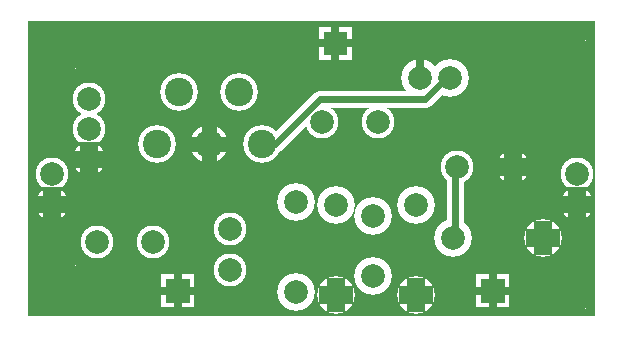
<source format=gbr>
%FSLAX34Y34*%
%MOMM*%
%LNCOPPER_TOP*%
G71*
G01*
%ADD10C,3.200*%
%ADD11C,2.800*%
%ADD12C,3.200*%
%ADD13C,1.400*%
%ADD14C,4.200*%
%ADD15C,1.264*%
%ADD16C,1.507*%
%ADD17C,0.667*%
%ADD18C,0.813*%
%ADD19C,2.973*%
%ADD20C,2.400*%
%ADD21C,2.000*%
%ADD22C,0.600*%
%ADD23C,4.000*%
%LPD*%
G36*
X0Y250000D02*
X480000Y250000D01*
X480000Y0D01*
X0Y0D01*
X0Y250000D01*
G37*
%LPC*%
X128270Y189800D02*
G54D10*
D03*
X179070Y189800D02*
G54D10*
D03*
X153670Y145350D02*
G54D10*
D03*
X198120Y145350D02*
G54D10*
D03*
X109220Y145350D02*
G54D10*
D03*
X52070Y158050D02*
G54D11*
D03*
X52070Y132650D02*
G54D11*
D03*
X52070Y183450D02*
G54D11*
D03*
X226695Y96965D02*
G54D12*
D03*
X226645Y20715D02*
G54D12*
D03*
X260955Y18023D02*
G54D12*
D03*
X261005Y94273D02*
G54D12*
D03*
X292431Y33957D02*
G54D12*
D03*
X292319Y84937D02*
G54D12*
D03*
X58332Y62800D02*
G54D11*
D03*
X106132Y62800D02*
G54D11*
D03*
X359957Y66410D02*
G54D12*
D03*
X436207Y66360D02*
G54D12*
D03*
X411020Y126300D02*
G54D11*
D03*
X363220Y126300D02*
G54D11*
D03*
X171176Y38856D02*
G54D11*
D03*
X171176Y73956D02*
G54D11*
D03*
X296720Y164400D02*
G54D11*
D03*
X248920Y164400D02*
G54D11*
D03*
X328602Y18078D02*
G54D12*
D03*
X328652Y94328D02*
G54D12*
D03*
X331925Y201775D02*
G54D12*
D03*
X357425Y201775D02*
G54D12*
D03*
X464820Y94550D02*
G54D11*
D03*
X464820Y119950D02*
G54D11*
D03*
X20320Y119950D02*
G54D11*
D03*
X20320Y94550D02*
G54D11*
D03*
X260955Y18023D02*
G54D11*
D03*
X328602Y18078D02*
G54D11*
D03*
X411020Y126300D02*
G54D11*
D03*
X436207Y66360D02*
G54D11*
D03*
X464820Y94550D02*
G54D11*
D03*
G54D13*
X357425Y201775D02*
X355600Y203200D01*
X336550Y184150D01*
X247650Y184150D01*
X209550Y146050D01*
X196850Y146050D01*
X198120Y145350D01*
G54D13*
X369570Y126300D02*
X368300Y127000D01*
X361950Y120650D01*
X361950Y63500D01*
X359957Y66410D01*
G36*
X246350Y244950D02*
X274350Y244950D01*
X274350Y216950D01*
X246350Y216950D01*
X246350Y244950D01*
G37*
X457200Y218250D02*
G54D14*
D03*
X457200Y21400D02*
G54D14*
D03*
X25400Y224600D02*
G54D14*
D03*
X25400Y27750D02*
G54D14*
D03*
G36*
X113000Y35400D02*
X141000Y35400D01*
X141000Y7400D01*
X113000Y7400D01*
X113000Y35400D01*
G37*
G36*
X379700Y35400D02*
X407700Y35400D01*
X407700Y7400D01*
X379700Y7400D01*
X379700Y35400D01*
G37*
%LPD*%
G54D15*
G36*
X147350Y145350D02*
X147350Y161850D01*
X159990Y161850D01*
X159990Y145350D01*
X147350Y145350D01*
G37*
G36*
X153670Y151670D02*
X170170Y151670D01*
X170170Y139030D01*
X153670Y139030D01*
X153670Y151670D01*
G37*
G36*
X159990Y145350D02*
X159990Y128850D01*
X147350Y128850D01*
X147350Y145350D01*
X159990Y145350D01*
G37*
G36*
X153670Y139030D02*
X137170Y139030D01*
X137170Y151670D01*
X153670Y151670D01*
X153670Y139030D01*
G37*
G54D16*
G36*
X44537Y132650D02*
X44537Y147150D01*
X59603Y147150D01*
X59603Y132650D01*
X44537Y132650D01*
G37*
G36*
X52070Y140183D02*
X66570Y140183D01*
X66570Y125117D01*
X52070Y125117D01*
X52070Y140183D01*
G37*
G36*
X59603Y132650D02*
X59603Y118150D01*
X44537Y118150D01*
X44537Y132650D01*
X59603Y132650D01*
G37*
G36*
X52070Y125117D02*
X37570Y125117D01*
X37570Y140183D01*
X52070Y140183D01*
X52070Y125117D01*
G37*
G54D17*
G36*
X328592Y201775D02*
X328592Y218275D01*
X335258Y218275D01*
X335258Y201775D01*
X328592Y201775D01*
G37*
G54D18*
G54D16*
G36*
X12787Y94550D02*
X12787Y109050D01*
X27853Y109050D01*
X27853Y94550D01*
X12787Y94550D01*
G37*
G36*
X20320Y102083D02*
X34820Y102083D01*
X34820Y87017D01*
X20320Y87017D01*
X20320Y102083D01*
G37*
G36*
X27853Y94550D02*
X27853Y80050D01*
X12787Y80050D01*
X12787Y94550D01*
X27853Y94550D01*
G37*
G36*
X20320Y87017D02*
X5820Y87017D01*
X5820Y102083D01*
X20320Y102083D01*
X20320Y87017D01*
G37*
G54D16*
G36*
X253422Y18023D02*
X253422Y32523D01*
X268489Y32523D01*
X268489Y18023D01*
X253422Y18023D01*
G37*
G36*
X260955Y25556D02*
X275455Y25556D01*
X275455Y10490D01*
X260955Y10490D01*
X260955Y25556D01*
G37*
G36*
X268489Y18023D02*
X268489Y3523D01*
X253422Y3523D01*
X253422Y18023D01*
X268489Y18023D01*
G37*
G36*
X260955Y10490D02*
X246455Y10490D01*
X246455Y25556D01*
X260955Y25556D01*
X260955Y10490D01*
G37*
G54D16*
G36*
X321069Y18078D02*
X321069Y32578D01*
X336136Y32578D01*
X336136Y18078D01*
X321069Y18078D01*
G37*
G36*
X328602Y25611D02*
X343102Y25611D01*
X343102Y10545D01*
X328602Y10545D01*
X328602Y25611D01*
G37*
G36*
X336136Y18078D02*
X336136Y3578D01*
X321069Y3578D01*
X321069Y18078D01*
X336136Y18078D01*
G37*
G36*
X328602Y10545D02*
X314102Y10545D01*
X314102Y25611D01*
X328602Y25611D01*
X328602Y10545D01*
G37*
G54D16*
G36*
X403487Y126300D02*
X403487Y140800D01*
X418553Y140800D01*
X418553Y126300D01*
X403487Y126300D01*
G37*
G36*
X411020Y133833D02*
X425520Y133833D01*
X425520Y118767D01*
X411020Y118767D01*
X411020Y133833D01*
G37*
G36*
X418553Y126300D02*
X418553Y111800D01*
X403487Y111800D01*
X403487Y126300D01*
X418553Y126300D01*
G37*
G36*
X411020Y118767D02*
X396520Y118767D01*
X396520Y133833D01*
X411020Y133833D01*
X411020Y118767D01*
G37*
G54D16*
G36*
X428674Y66360D02*
X428674Y80860D01*
X443740Y80860D01*
X443740Y66360D01*
X428674Y66360D01*
G37*
G36*
X436207Y73893D02*
X450707Y73893D01*
X450707Y58827D01*
X436207Y58827D01*
X436207Y73893D01*
G37*
G36*
X443740Y66360D02*
X443740Y51860D01*
X428674Y51860D01*
X428674Y66360D01*
X443740Y66360D01*
G37*
G36*
X436207Y58827D02*
X421707Y58827D01*
X421707Y73893D01*
X436207Y73893D01*
X436207Y58827D01*
G37*
G54D16*
G36*
X457287Y94550D02*
X457287Y109050D01*
X472353Y109050D01*
X472353Y94550D01*
X457287Y94550D01*
G37*
G36*
X464820Y102083D02*
X479320Y102083D01*
X479320Y87017D01*
X464820Y87017D01*
X464820Y102083D01*
G37*
G36*
X472353Y94550D02*
X472353Y80050D01*
X457287Y80050D01*
X457287Y94550D01*
X472353Y94550D01*
G37*
G36*
X464820Y87017D02*
X450320Y87017D01*
X450320Y102083D01*
X464820Y102083D01*
X464820Y87017D01*
G37*
G54D17*
G36*
X257017Y230950D02*
X257017Y245450D01*
X263683Y245450D01*
X263683Y230950D01*
X257017Y230950D01*
G37*
G36*
X260350Y234283D02*
X274850Y234283D01*
X274850Y227617D01*
X260350Y227617D01*
X260350Y234283D01*
G37*
G36*
X263683Y230950D02*
X263683Y216450D01*
X257017Y216450D01*
X257017Y230950D01*
X263683Y230950D01*
G37*
G36*
X260350Y227617D02*
X245850Y227617D01*
X245850Y234283D01*
X260350Y234283D01*
X260350Y227617D01*
G37*
G54D19*
G36*
X457200Y233117D02*
X478700Y233117D01*
X478700Y203383D01*
X457200Y203383D01*
X457200Y233117D01*
G37*
G36*
X472067Y218250D02*
X472067Y196750D01*
X442333Y196750D01*
X442333Y218250D01*
X472067Y218250D01*
G37*
G36*
X457200Y203383D02*
X435700Y203383D01*
X435700Y233117D01*
X457200Y233117D01*
X457200Y203383D01*
G37*
G36*
X442333Y218250D02*
X442333Y239750D01*
X472067Y239750D01*
X472067Y218250D01*
X442333Y218250D01*
G37*
G54D19*
G36*
X457200Y36267D02*
X478700Y36267D01*
X478700Y6533D01*
X457200Y6533D01*
X457200Y36267D01*
G37*
G36*
X472067Y21400D02*
X472067Y-100D01*
X442333Y-100D01*
X442333Y21400D01*
X472067Y21400D01*
G37*
G36*
X457200Y6533D02*
X435700Y6533D01*
X435700Y36267D01*
X457200Y36267D01*
X457200Y6533D01*
G37*
G36*
X442333Y21400D02*
X442333Y42900D01*
X472067Y42900D01*
X472067Y21400D01*
X442333Y21400D01*
G37*
G54D19*
G36*
X25400Y239467D02*
X46900Y239467D01*
X46900Y209733D01*
X25400Y209733D01*
X25400Y239467D01*
G37*
G36*
X40267Y224600D02*
X40267Y203100D01*
X10533Y203100D01*
X10533Y224600D01*
X40267Y224600D01*
G37*
G36*
X25400Y209733D02*
X3900Y209733D01*
X3900Y239467D01*
X25400Y239467D01*
X25400Y209733D01*
G37*
G36*
X10533Y224600D02*
X10533Y246100D01*
X40267Y246100D01*
X40267Y224600D01*
X10533Y224600D01*
G37*
G54D19*
G36*
X25400Y42617D02*
X46900Y42617D01*
X46900Y12883D01*
X25400Y12883D01*
X25400Y42617D01*
G37*
G36*
X40267Y27750D02*
X40267Y6250D01*
X10533Y6250D01*
X10533Y27750D01*
X40267Y27750D01*
G37*
G36*
X25400Y12883D02*
X3900Y12883D01*
X3900Y42617D01*
X25400Y42617D01*
X25400Y12883D01*
G37*
G36*
X10533Y27750D02*
X10533Y49250D01*
X40267Y49250D01*
X40267Y27750D01*
X10533Y27750D01*
G37*
G54D17*
G36*
X123667Y21400D02*
X123667Y35900D01*
X130333Y35900D01*
X130333Y21400D01*
X123667Y21400D01*
G37*
G36*
X127000Y24733D02*
X141500Y24733D01*
X141500Y18067D01*
X127000Y18067D01*
X127000Y24733D01*
G37*
G36*
X130333Y21400D02*
X130333Y6900D01*
X123667Y6900D01*
X123667Y21400D01*
X130333Y21400D01*
G37*
G36*
X127000Y18067D02*
X112500Y18067D01*
X112500Y24733D01*
X127000Y24733D01*
X127000Y18067D01*
G37*
G54D17*
G36*
X390367Y21400D02*
X390367Y35900D01*
X397033Y35900D01*
X397033Y21400D01*
X390367Y21400D01*
G37*
G36*
X393700Y24733D02*
X408200Y24733D01*
X408200Y18067D01*
X393700Y18067D01*
X393700Y24733D01*
G37*
G36*
X397033Y21400D02*
X397033Y6900D01*
X390367Y6900D01*
X390367Y21400D01*
X397033Y21400D01*
G37*
G36*
X393700Y18067D02*
X379200Y18067D01*
X379200Y24733D01*
X393700Y24733D01*
X393700Y18067D01*
G37*
X128270Y189800D02*
G54D20*
D03*
X179070Y189800D02*
G54D20*
D03*
X153670Y145350D02*
G54D20*
D03*
X198120Y145350D02*
G54D20*
D03*
X109220Y145350D02*
G54D20*
D03*
X52070Y158050D02*
G54D21*
D03*
X52070Y132650D02*
G54D21*
D03*
X52070Y183450D02*
G54D21*
D03*
X226695Y96965D02*
G54D21*
D03*
X226645Y20715D02*
G54D21*
D03*
X260955Y18023D02*
G54D21*
D03*
X261005Y94273D02*
G54D21*
D03*
X292431Y33957D02*
G54D21*
D03*
X292319Y84937D02*
G54D21*
D03*
X58332Y62800D02*
G54D21*
D03*
X106132Y62800D02*
G54D21*
D03*
X359957Y66410D02*
G54D21*
D03*
X436207Y66360D02*
G54D21*
D03*
X411020Y126300D02*
G54D21*
D03*
X363220Y126300D02*
G54D21*
D03*
X171176Y38856D02*
G54D21*
D03*
X171176Y73956D02*
G54D21*
D03*
X296720Y164400D02*
G54D21*
D03*
X248920Y164400D02*
G54D21*
D03*
X328602Y18078D02*
G54D21*
D03*
X328652Y94328D02*
G54D21*
D03*
X331925Y201775D02*
G54D21*
D03*
X357425Y201775D02*
G54D21*
D03*
X464820Y94550D02*
G54D21*
D03*
X464820Y119950D02*
G54D21*
D03*
X20320Y119950D02*
G54D21*
D03*
X20320Y94550D02*
G54D21*
D03*
X260955Y18023D02*
G54D21*
D03*
X328602Y18078D02*
G54D21*
D03*
X411020Y126300D02*
G54D21*
D03*
X436207Y66360D02*
G54D21*
D03*
X464820Y94550D02*
G54D21*
D03*
G54D22*
X357425Y201775D02*
X355600Y203200D01*
X336550Y184150D01*
X247650Y184150D01*
X209550Y146050D01*
X196850Y146050D01*
X198120Y145350D01*
G54D22*
X369570Y126300D02*
X368300Y127000D01*
X361950Y120650D01*
X361950Y63500D01*
X359957Y66410D01*
G36*
X250350Y240950D02*
X270350Y240950D01*
X270350Y220950D01*
X250350Y220950D01*
X250350Y240950D01*
G37*
X457200Y218250D02*
G54D23*
D03*
X457200Y21400D02*
G54D23*
D03*
X25400Y224600D02*
G54D23*
D03*
X25400Y27750D02*
G54D23*
D03*
G36*
X117000Y31400D02*
X137000Y31400D01*
X137000Y11400D01*
X117000Y11400D01*
X117000Y31400D01*
G37*
G36*
X383700Y31400D02*
X403700Y31400D01*
X403700Y11400D01*
X383700Y11400D01*
X383700Y31400D01*
G37*
M02*

</source>
